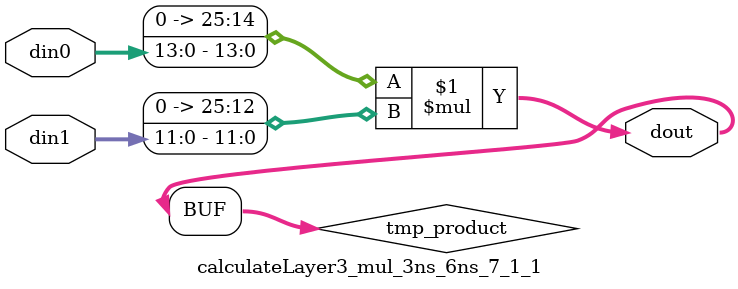
<source format=v>

`timescale 1 ns / 1 ps

  module calculateLayer3_mul_3ns_6ns_7_1_1(din0, din1, dout);
parameter ID = 1;
parameter NUM_STAGE = 0;
parameter din0_WIDTH = 14;
parameter din1_WIDTH = 12;
parameter dout_WIDTH = 26;

input [din0_WIDTH - 1 : 0] din0; 
input [din1_WIDTH - 1 : 0] din1; 
output [dout_WIDTH - 1 : 0] dout;

wire signed [dout_WIDTH - 1 : 0] tmp_product;










assign tmp_product = $signed({1'b0, din0}) * $signed({1'b0, din1});











assign dout = tmp_product;







endmodule

</source>
